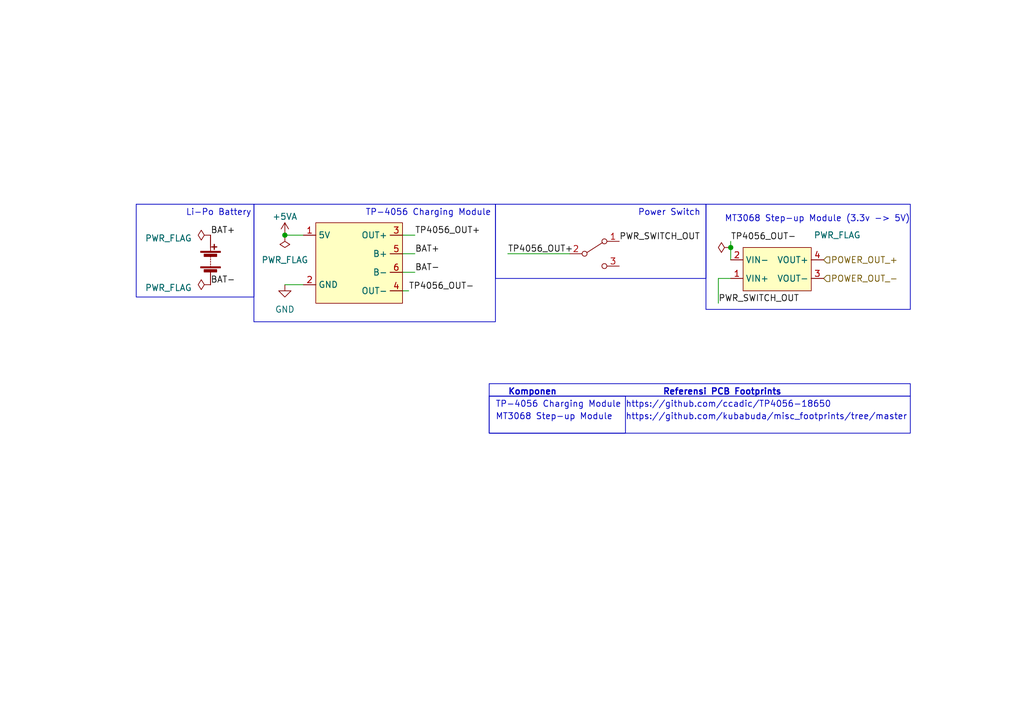
<source format=kicad_sch>
(kicad_sch (version 20230121) (generator eeschema)

  (uuid e899b6c1-966a-41ac-a159-5b3cd245ee04)

  (paper "A5")

  (title_block
    (title "Subsistem Power")
    (date "2024-03-05")
    (rev "2.1")
    (company "Institut Teknologi Bandung")
    (comment 1 "Bostang Palaguna")
    (comment 2 "Designed By:")
  )

  (lib_symbols
    (symbol "Device:Battery" (pin_numbers hide) (pin_names (offset 0) hide) (in_bom yes) (on_board yes)
      (property "Reference" "BT" (at 2.54 2.54 0)
        (effects (font (size 1.27 1.27)) (justify left))
      )
      (property "Value" "Battery" (at 2.54 0 0)
        (effects (font (size 1.27 1.27)) (justify left))
      )
      (property "Footprint" "" (at 0 1.524 90)
        (effects (font (size 1.27 1.27)) hide)
      )
      (property "Datasheet" "~" (at 0 1.524 90)
        (effects (font (size 1.27 1.27)) hide)
      )
      (property "ki_keywords" "batt voltage-source cell" (at 0 0 0)
        (effects (font (size 1.27 1.27)) hide)
      )
      (property "ki_description" "Multiple-cell battery" (at 0 0 0)
        (effects (font (size 1.27 1.27)) hide)
      )
      (symbol "Battery_0_1"
        (rectangle (start -2.032 -1.397) (end 2.032 -1.651)
          (stroke (width 0) (type default))
          (fill (type outline))
        )
        (rectangle (start -2.032 1.778) (end 2.032 1.524)
          (stroke (width 0) (type default))
          (fill (type outline))
        )
        (rectangle (start -1.3208 -1.9812) (end 1.27 -2.4892)
          (stroke (width 0) (type default))
          (fill (type outline))
        )
        (rectangle (start -1.3208 1.1938) (end 1.27 0.6858)
          (stroke (width 0) (type default))
          (fill (type outline))
        )
        (polyline
          (pts
            (xy 0 -1.524)
            (xy 0 -1.27)
          )
          (stroke (width 0) (type default))
          (fill (type none))
        )
        (polyline
          (pts
            (xy 0 -1.016)
            (xy 0 -0.762)
          )
          (stroke (width 0) (type default))
          (fill (type none))
        )
        (polyline
          (pts
            (xy 0 -0.508)
            (xy 0 -0.254)
          )
          (stroke (width 0) (type default))
          (fill (type none))
        )
        (polyline
          (pts
            (xy 0 0)
            (xy 0 0.254)
          )
          (stroke (width 0) (type default))
          (fill (type none))
        )
        (polyline
          (pts
            (xy 0 0.508)
            (xy 0 0.762)
          )
          (stroke (width 0) (type default))
          (fill (type none))
        )
        (polyline
          (pts
            (xy 0 1.778)
            (xy 0 2.54)
          )
          (stroke (width 0) (type default))
          (fill (type none))
        )
        (polyline
          (pts
            (xy 0.254 2.667)
            (xy 1.27 2.667)
          )
          (stroke (width 0.254) (type default))
          (fill (type none))
        )
        (polyline
          (pts
            (xy 0.762 3.175)
            (xy 0.762 2.159)
          )
          (stroke (width 0.254) (type default))
          (fill (type none))
        )
      )
      (symbol "Battery_1_1"
        (pin passive line (at 0 5.08 270) (length 2.54)
          (name "+" (effects (font (size 1.27 1.27))))
          (number "1" (effects (font (size 1.27 1.27))))
        )
        (pin passive line (at 0 -5.08 90) (length 2.54)
          (name "-" (effects (font (size 1.27 1.27))))
          (number "2" (effects (font (size 1.27 1.27))))
        )
      )
    )
    (symbol "Switch:SW_SPDT" (pin_names (offset 0) hide) (in_bom yes) (on_board yes)
      (property "Reference" "SW" (at 0 4.318 0)
        (effects (font (size 1.27 1.27)))
      )
      (property "Value" "SW_SPDT" (at 0 -5.08 0)
        (effects (font (size 1.27 1.27)))
      )
      (property "Footprint" "" (at 0 0 0)
        (effects (font (size 1.27 1.27)) hide)
      )
      (property "Datasheet" "~" (at 0 0 0)
        (effects (font (size 1.27 1.27)) hide)
      )
      (property "ki_keywords" "switch single-pole double-throw spdt ON-ON" (at 0 0 0)
        (effects (font (size 1.27 1.27)) hide)
      )
      (property "ki_description" "Switch, single pole double throw" (at 0 0 0)
        (effects (font (size 1.27 1.27)) hide)
      )
      (symbol "SW_SPDT_0_0"
        (circle (center -2.032 0) (radius 0.508)
          (stroke (width 0) (type default))
          (fill (type none))
        )
        (circle (center 2.032 -2.54) (radius 0.508)
          (stroke (width 0) (type default))
          (fill (type none))
        )
      )
      (symbol "SW_SPDT_0_1"
        (polyline
          (pts
            (xy -1.524 0.254)
            (xy 1.651 2.286)
          )
          (stroke (width 0) (type default))
          (fill (type none))
        )
        (circle (center 2.032 2.54) (radius 0.508)
          (stroke (width 0) (type default))
          (fill (type none))
        )
      )
      (symbol "SW_SPDT_1_1"
        (pin passive line (at 5.08 2.54 180) (length 2.54)
          (name "A" (effects (font (size 1.27 1.27))))
          (number "1" (effects (font (size 1.27 1.27))))
        )
        (pin passive line (at -5.08 0 0) (length 2.54)
          (name "B" (effects (font (size 1.27 1.27))))
          (number "2" (effects (font (size 1.27 1.27))))
        )
        (pin passive line (at 5.08 -2.54 180) (length 2.54)
          (name "C" (effects (font (size 1.27 1.27))))
          (number "3" (effects (font (size 1.27 1.27))))
        )
      )
    )
    (symbol "WMS_components:MT3608" (in_bom yes) (on_board yes)
      (property "Reference" "U3" (at -0.635 -6.35 0)
        (effects (font (size 1.27 1.27)) hide)
      )
      (property "Value" "~" (at 0 0 0)
        (effects (font (size 1.27 1.27)) hide)
      )
      (property "Footprint" "WMS_components:MT3608_module_v2" (at 0 0 0)
        (effects (font (size 1.27 1.27)) hide)
      )
      (property "Datasheet" "" (at 0 0 0)
        (effects (font (size 1.27 1.27)) hide)
      )
      (symbol "MT3608_1_1"
        (rectangle (start -6.35 3.81) (end 7.62 -5.08)
          (stroke (width 0) (type default))
          (fill (type background))
        )
        (pin power_in line (at 10.16 1.27 180) (length 2.54)
          (name "VIN+" (effects (font (size 1.27 1.27))))
          (number "1" (effects (font (size 1.27 1.27))))
        )
        (pin power_in line (at 10.16 -2.54 180) (length 2.54)
          (name "VIN-" (effects (font (size 1.27 1.27))))
          (number "2" (effects (font (size 1.27 1.27))))
        )
        (pin power_out line (at -8.89 1.27 0) (length 2.54)
          (name "VOUT-" (effects (font (size 1.27 1.27))))
          (number "3" (effects (font (size 1.27 1.27))))
        )
        (pin power_out line (at -8.89 -2.54 0) (length 2.54)
          (name "VOUT+" (effects (font (size 1.27 1.27))))
          (number "4" (effects (font (size 1.27 1.27))))
        )
      )
    )
    (symbol "WMS_components:TP4056" (in_bom yes) (on_board yes)
      (property "Reference" "U" (at 0 8.89 0)
        (effects (font (size 1.27 1.27)))
      )
      (property "Value" "" (at 0 0 0)
        (effects (font (size 1.27 1.27)))
      )
      (property "Footprint" "" (at 0 0 0)
        (effects (font (size 1.27 1.27)) hide)
      )
      (property "Datasheet" "" (at 0 0 0)
        (effects (font (size 1.27 1.27)) hide)
      )
      (symbol "TP4056_1_1"
        (rectangle (start -8.89 7.62) (end 8.89 -8.89)
          (stroke (width 0) (type default))
          (fill (type background))
        )
        (pin power_in line (at -11.43 5.08 0) (length 2.54)
          (name "5V" (effects (font (size 1.27 1.27))))
          (number "1" (effects (font (size 1.27 1.27))))
        )
        (pin power_in line (at -11.43 -5.08 0) (length 2.54)
          (name "GND" (effects (font (size 1.27 1.27))))
          (number "2" (effects (font (size 1.27 1.27))))
        )
        (pin output line (at 8.89 5.08 180) (length 2.54)
          (name "OUT+" (effects (font (size 1.27 1.27))))
          (number "3" (effects (font (size 1.27 1.27))))
        )
        (pin output line (at 8.89 -6.35 180) (length 2.54)
          (name "OUT-" (effects (font (size 1.27 1.27))))
          (number "4" (effects (font (size 1.27 1.27))))
        )
        (pin input line (at 8.89 1.27 180) (length 2.54)
          (name "B+" (effects (font (size 1.27 1.27))))
          (number "5" (effects (font (size 1.27 1.27))))
        )
        (pin input line (at 8.89 -2.54 180) (length 2.54)
          (name "B-" (effects (font (size 1.27 1.27))))
          (number "6" (effects (font (size 1.27 1.27))))
        )
      )
    )
    (symbol "power:+5VA" (power) (pin_names (offset 0)) (in_bom yes) (on_board yes)
      (property "Reference" "#PWR" (at 0 -3.81 0)
        (effects (font (size 1.27 1.27)) hide)
      )
      (property "Value" "+5VA" (at 0 3.556 0)
        (effects (font (size 1.27 1.27)))
      )
      (property "Footprint" "" (at 0 0 0)
        (effects (font (size 1.27 1.27)) hide)
      )
      (property "Datasheet" "" (at 0 0 0)
        (effects (font (size 1.27 1.27)) hide)
      )
      (property "ki_keywords" "global power" (at 0 0 0)
        (effects (font (size 1.27 1.27)) hide)
      )
      (property "ki_description" "Power symbol creates a global label with name \"+5VA\"" (at 0 0 0)
        (effects (font (size 1.27 1.27)) hide)
      )
      (symbol "+5VA_0_1"
        (polyline
          (pts
            (xy -0.762 1.27)
            (xy 0 2.54)
          )
          (stroke (width 0) (type default))
          (fill (type none))
        )
        (polyline
          (pts
            (xy 0 0)
            (xy 0 2.54)
          )
          (stroke (width 0) (type default))
          (fill (type none))
        )
        (polyline
          (pts
            (xy 0 2.54)
            (xy 0.762 1.27)
          )
          (stroke (width 0) (type default))
          (fill (type none))
        )
      )
      (symbol "+5VA_1_1"
        (pin power_in line (at 0 0 90) (length 0) hide
          (name "+5VA" (effects (font (size 1.27 1.27))))
          (number "1" (effects (font (size 1.27 1.27))))
        )
      )
    )
    (symbol "power:GND" (power) (pin_names (offset 0)) (in_bom yes) (on_board yes)
      (property "Reference" "#PWR" (at 0 -6.35 0)
        (effects (font (size 1.27 1.27)) hide)
      )
      (property "Value" "GND" (at 0 -3.81 0)
        (effects (font (size 1.27 1.27)))
      )
      (property "Footprint" "" (at 0 0 0)
        (effects (font (size 1.27 1.27)) hide)
      )
      (property "Datasheet" "" (at 0 0 0)
        (effects (font (size 1.27 1.27)) hide)
      )
      (property "ki_keywords" "global power" (at 0 0 0)
        (effects (font (size 1.27 1.27)) hide)
      )
      (property "ki_description" "Power symbol creates a global label with name \"GND\" , ground" (at 0 0 0)
        (effects (font (size 1.27 1.27)) hide)
      )
      (symbol "GND_0_1"
        (polyline
          (pts
            (xy 0 0)
            (xy 0 -1.27)
            (xy 1.27 -1.27)
            (xy 0 -2.54)
            (xy -1.27 -1.27)
            (xy 0 -1.27)
          )
          (stroke (width 0) (type default))
          (fill (type none))
        )
      )
      (symbol "GND_1_1"
        (pin power_in line (at 0 0 270) (length 0) hide
          (name "GND" (effects (font (size 1.27 1.27))))
          (number "1" (effects (font (size 1.27 1.27))))
        )
      )
    )
    (symbol "power:PWR_FLAG" (power) (pin_numbers hide) (pin_names (offset 0) hide) (in_bom yes) (on_board yes)
      (property "Reference" "#FLG" (at 0 1.905 0)
        (effects (font (size 1.27 1.27)) hide)
      )
      (property "Value" "PWR_FLAG" (at 0 3.81 0)
        (effects (font (size 1.27 1.27)))
      )
      (property "Footprint" "" (at 0 0 0)
        (effects (font (size 1.27 1.27)) hide)
      )
      (property "Datasheet" "~" (at 0 0 0)
        (effects (font (size 1.27 1.27)) hide)
      )
      (property "ki_keywords" "flag power" (at 0 0 0)
        (effects (font (size 1.27 1.27)) hide)
      )
      (property "ki_description" "Special symbol for telling ERC where power comes from" (at 0 0 0)
        (effects (font (size 1.27 1.27)) hide)
      )
      (symbol "PWR_FLAG_0_0"
        (pin power_out line (at 0 0 90) (length 0)
          (name "pwr" (effects (font (size 1.27 1.27))))
          (number "1" (effects (font (size 1.27 1.27))))
        )
      )
      (symbol "PWR_FLAG_0_1"
        (polyline
          (pts
            (xy 0 0)
            (xy 0 1.27)
            (xy -1.016 1.905)
            (xy 0 2.54)
            (xy 1.016 1.905)
            (xy 0 1.27)
          )
          (stroke (width 0) (type default))
          (fill (type none))
        )
      )
    )
  )


  (junction (at 58.42 48.26) (diameter 0) (color 0 0 0 0)
    (uuid 59f93bfe-daeb-41c6-a2c7-268396427fef)
  )
  (junction (at 149.86 50.8) (diameter 0) (color 0 0 0 0)
    (uuid b0c2c59c-7a7f-4072-8cd4-885861560eae)
  )

  (wire (pts (xy 149.86 50.8) (xy 149.86 53.34))
    (stroke (width 0) (type default))
    (uuid 157abd99-e671-4b12-b38b-42cad22756da)
  )
  (wire (pts (xy 85.09 52.07) (xy 82.55 52.07))
    (stroke (width 0) (type default))
    (uuid 39960855-f317-45b7-9b2b-04e50c578929)
  )
  (wire (pts (xy 85.09 48.26) (xy 82.55 48.26))
    (stroke (width 0) (type default))
    (uuid 44fab635-f44c-4a18-9d1c-7dab74e1e81b)
  )
  (wire (pts (xy 147.32 62.23) (xy 147.32 57.15))
    (stroke (width 0) (type default))
    (uuid 525bf0b9-45da-4172-b4ec-98e56e76e56b)
  )
  (wire (pts (xy 147.32 57.15) (xy 149.86 57.15))
    (stroke (width 0) (type default))
    (uuid 861edf3a-40b3-4ee6-a243-ba5009a36f4f)
  )
  (wire (pts (xy 149.86 49.53) (xy 149.86 50.8))
    (stroke (width 0) (type default))
    (uuid 8be39b72-8f0f-427d-a5f1-1188c8ee2e39)
  )
  (wire (pts (xy 104.14 52.07) (xy 116.84 52.07))
    (stroke (width 0) (type default))
    (uuid 8ceac654-0cfc-4c6d-b0ac-dda9370538cf)
  )
  (wire (pts (xy 85.09 55.88) (xy 82.55 55.88))
    (stroke (width 0) (type default))
    (uuid 90dd6e8b-cfbb-40af-bad8-152528ff10ff)
  )
  (wire (pts (xy 83.82 59.69) (xy 82.55 59.69))
    (stroke (width 0) (type default))
    (uuid 95ec3a23-7f6f-45ea-b075-6f542f2dee37)
  )
  (wire (pts (xy 58.42 58.42) (xy 62.23 58.42))
    (stroke (width 0) (type default))
    (uuid c9d92e6c-6cf9-440d-bb9b-506b52e29849)
  )
  (wire (pts (xy 58.42 48.26) (xy 62.23 48.26))
    (stroke (width 0) (type default))
    (uuid ef813fd4-b4e3-4180-b7ab-4922ce3e7745)
  )

  (rectangle (start 52.07 41.91) (end 101.6 66.04)
    (stroke (width 0) (type default))
    (fill (type none))
    (uuid 17b21fb6-84d8-4c9b-a395-b45d3e726e0c)
  )
  (rectangle (start 27.94 41.91) (end 52.07 60.96)
    (stroke (width 0) (type default))
    (fill (type none))
    (uuid 1c435650-fa3e-4ce9-8dad-6667cce7b473)
  )
  (rectangle (start 101.6 41.91) (end 144.78 57.15)
    (stroke (width 0) (type default))
    (fill (type none))
    (uuid 64853ce6-ee9f-4d7a-8a1b-8f23f9cbc5df)
  )
  (rectangle (start 144.78 41.91) (end 186.69 63.5)
    (stroke (width 0) (type default))
    (fill (type none))
    (uuid 7cf6a6bd-585a-4788-a6ed-eae371597358)
  )
  (rectangle (start 100.33 81.28) (end 128.27 88.9)
    (stroke (width 0) (type default))
    (fill (type none))
    (uuid 8b7d7953-08b4-4010-b817-ae5e0edcd5c0)
  )
  (rectangle (start 100.33 81.28) (end 186.69 88.9)
    (stroke (width 0) (type default))
    (fill (type none))
    (uuid ca6e84ff-48c0-48cd-a4cf-d181b390176b)
  )
  (rectangle (start 100.33 78.74) (end 186.69 81.28)
    (stroke (width 0) (type default))
    (fill (type none))
    (uuid f56314f5-91de-4418-b9c1-14feda3c9339)
  )

  (text "https://github.com/ccadic/TP4056-18650" (at 128.27 83.82 0)
    (effects (font (size 1.27 1.27)) (justify left bottom))
    (uuid 0f045d7c-e39d-4597-9075-8937cb5d75cb)
  )
  (text "https://github.com/kubabuda/misc_footprints/tree/master"
    (at 128.27 86.36 0)
    (effects (font (size 1.27 1.27)) (justify left bottom))
    (uuid 1fd8d0cf-9635-4a36-a095-9bbcd5e955c5)
  )
  (text "TP-4056 Charging Module" (at 101.6 83.82 0)
    (effects (font (size 1.27 1.27)) (justify left bottom))
    (uuid 2e0c59ef-cb04-4ce7-8e69-1891f5631867)
  )
  (text "Li-Po Battery" (at 38.1 44.45 0)
    (effects (font (size 1.27 1.27)) (justify left bottom))
    (uuid 4779b30f-7807-4ef2-aad9-bd2fd4dd50d9)
  )
  (text "Komponen" (at 104.14 81.28 0)
    (effects (font (size 1.27 1.27) (thickness 0.254) bold) (justify left bottom))
    (uuid 66f05d34-ac41-484f-9392-54b1f8a1e2a2)
  )
  (text "MT3068 Step-up Module" (at 101.6 86.36 0)
    (effects (font (size 1.27 1.27)) (justify left bottom))
    (uuid 7b09f60e-217a-4adf-ac9e-76209539da4d)
  )
  (text "Power Switch" (at 130.81 44.45 0)
    (effects (font (size 1.27 1.27)) (justify left bottom))
    (uuid ddefdbb8-430a-4e56-9e84-c4e94e55c9e3)
  )
  (text "Referensi PCB Footprints" (at 135.89 81.28 0)
    (effects (font (size 1.27 1.27) (thickness 0.254) bold) (justify left bottom))
    (uuid e17d11f3-2a92-4043-be48-ac6fddb8894d)
  )
  (text "TP-4056 Charging Module" (at 74.93 44.45 0)
    (effects (font (size 1.27 1.27)) (justify left bottom))
    (uuid e54a3136-1178-49e1-afff-902301e916d5)
  )
  (text "MT3068 Step-up Module (3.3v -> 5V)" (at 148.59 45.72 0)
    (effects (font (size 1.27 1.27)) (justify left bottom))
    (uuid ee414867-9ecf-4d78-85da-49ed3b7c1f8b)
  )

  (label "TP4056_OUT+" (at 85.09 48.26 0) (fields_autoplaced)
    (effects (font (size 1.27 1.27)) (justify left bottom))
    (uuid 081c952d-793a-4faa-acc1-d541e6ed873e)
  )
  (label "BAT+" (at 85.09 52.07 0) (fields_autoplaced)
    (effects (font (size 1.27 1.27)) (justify left bottom))
    (uuid 20906e42-108c-4258-8153-4aceb4bc90ab)
  )
  (label "BAT-" (at 43.18 58.42 0) (fields_autoplaced)
    (effects (font (size 1.27 1.27)) (justify left bottom))
    (uuid 24858656-5394-439c-9f96-9d7046b06d60)
  )
  (label "PWR_SWITCH_OUT" (at 127 49.53 0) (fields_autoplaced)
    (effects (font (size 1.27 1.27)) (justify left bottom))
    (uuid 2b1f37ff-19e4-4677-b06d-1576c938f746)
  )
  (label "TP4056_OUT-" (at 83.82 59.69 0) (fields_autoplaced)
    (effects (font (size 1.27 1.27)) (justify left bottom))
    (uuid 3affbf6d-4088-4581-a8e7-1269a2011a41)
  )
  (label "PWR_SWITCH_OUT" (at 147.32 62.23 0) (fields_autoplaced)
    (effects (font (size 1.27 1.27)) (justify left bottom))
    (uuid 3b2c9dcf-9a6b-4ea7-8039-6f7529d481ce)
  )
  (label "BAT-" (at 85.09 55.88 0) (fields_autoplaced)
    (effects (font (size 1.27 1.27)) (justify left bottom))
    (uuid 9401e407-6e0e-4401-ad54-bc0807c16223)
  )
  (label "TP4056_OUT-" (at 149.86 49.53 0) (fields_autoplaced)
    (effects (font (size 1.27 1.27)) (justify left bottom))
    (uuid a9fa8f8a-3c58-49bc-97bb-1a12a625ddce)
  )
  (label "TP4056_OUT+" (at 104.14 52.07 0) (fields_autoplaced)
    (effects (font (size 1.27 1.27)) (justify left bottom))
    (uuid da539d7d-90bc-423f-aa90-b1ccdc35e599)
  )
  (label "BAT+" (at 43.18 48.26 0) (fields_autoplaced)
    (effects (font (size 1.27 1.27)) (justify left bottom))
    (uuid f4d52977-ce48-472f-96bd-ac028130141e)
  )

  (hierarchical_label "POWER_OUT_+" (shape input) (at 168.91 53.34 0) (fields_autoplaced)
    (effects (font (size 1.27 1.27)) (justify left))
    (uuid 59f4f6c9-afaa-4bfc-889a-a56b65aa6f0f)
  )
  (hierarchical_label "POWER_OUT_-" (shape input) (at 168.91 57.15 0) (fields_autoplaced)
    (effects (font (size 1.27 1.27)) (justify left))
    (uuid 6db5c6d3-937e-434d-9936-4894732ba496)
  )

  (symbol (lib_id "Device:Battery") (at 43.18 53.34 0) (unit 1)
    (in_bom yes) (on_board yes) (dnp no) (fields_autoplaced)
    (uuid 0cd0de6b-1289-41c6-b039-a5789d219d95)
    (property "Reference" "BT1" (at 46.99 51.4985 0)
      (effects (font (size 1.27 1.27)) (justify left) hide)
    )
    (property "Value" "Battery" (at 46.99 54.0385 0)
      (effects (font (size 1.27 1.27)) (justify left) hide)
    )
    (property "Footprint" "Battery:BatteryHolder_Keystone_1042_1x18650" (at 43.18 51.816 90)
      (effects (font (size 1.27 1.27)) hide)
    )
    (property "Datasheet" "~" (at 43.18 51.816 90)
      (effects (font (size 1.27 1.27)) hide)
    )
    (pin "1" (uuid 12069fc1-5083-4a03-a67d-2dd42844b827))
    (pin "2" (uuid bbd7d97a-620d-4a6c-a80b-fd96a503734c))
    (instances
      (project "WMS"
        (path "/27842b89-d3ad-4f43-9134-f95cd8633a64/1bc7cffc-215d-4066-af48-bacbd1cf1007"
          (reference "BT1") (unit 1)
        )
      )
    )
  )

  (symbol (lib_id "power:PWR_FLAG") (at 43.18 58.42 90) (unit 1)
    (in_bom yes) (on_board yes) (dnp no) (fields_autoplaced)
    (uuid 14cef2ca-8ec5-4378-8587-91ccb1f64918)
    (property "Reference" "#FLG02" (at 41.275 58.42 0)
      (effects (font (size 1.27 1.27)) hide)
    )
    (property "Value" "PWR_FLAG" (at 39.37 59.055 90)
      (effects (font (size 1.27 1.27)) (justify left))
    )
    (property "Footprint" "" (at 43.18 58.42 0)
      (effects (font (size 1.27 1.27)) hide)
    )
    (property "Datasheet" "~" (at 43.18 58.42 0)
      (effects (font (size 1.27 1.27)) hide)
    )
    (pin "1" (uuid dd2a1310-937f-4f19-9a1e-8e1edc2fe0f8))
    (instances
      (project "WMS"
        (path "/27842b89-d3ad-4f43-9134-f95cd8633a64/1bc7cffc-215d-4066-af48-bacbd1cf1007"
          (reference "#FLG02") (unit 1)
        )
      )
    )
  )

  (symbol (lib_id "WMS_components:TP4056") (at 73.66 53.34 0) (unit 1)
    (in_bom yes) (on_board yes) (dnp no) (fields_autoplaced)
    (uuid 16262ac1-5b71-4197-a6d9-c4a2ada36fb1)
    (property "Reference" "U2" (at 73.66 43.18 0)
      (effects (font (size 1.27 1.27)) hide)
    )
    (property "Value" "~" (at 73.66 53.34 0)
      (effects (font (size 1.27 1.27)) hide)
    )
    (property "Footprint" "WMS_components:TP4056-18650_v2" (at 73.66 53.34 0)
      (effects (font (size 1.27 1.27)) hide)
    )
    (property "Datasheet" "" (at 73.66 53.34 0)
      (effects (font (size 1.27 1.27)) hide)
    )
    (pin "1" (uuid 0999784a-be5d-47c7-89fd-126e7dcd87de))
    (pin "2" (uuid 04cf0cbf-d12d-4307-9d16-8453f082756b))
    (pin "3" (uuid bd0bfbca-8341-482c-9937-3aafd3acea2d))
    (pin "4" (uuid 97b6de1a-d14d-43e9-a62e-ca619b6627d3))
    (pin "5" (uuid bedcde1f-3fc8-479a-96c6-f0bd414360f5))
    (pin "6" (uuid 3abb4872-d819-46c0-9568-8b296fee546b))
    (instances
      (project "WMS"
        (path "/27842b89-d3ad-4f43-9134-f95cd8633a64/1bc7cffc-215d-4066-af48-bacbd1cf1007"
          (reference "U2") (unit 1)
        )
      )
    )
  )

  (symbol (lib_id "Switch:SW_SPDT") (at 121.92 52.07 0) (unit 1)
    (in_bom yes) (on_board yes) (dnp no) (fields_autoplaced)
    (uuid 3447c19e-29bb-4ef1-8337-f4f63f41b588)
    (property "Reference" "SW4" (at 121.92 45.72 0)
      (effects (font (size 1.27 1.27)) hide)
    )
    (property "Value" "SW_SPDT" (at 121.92 48.26 0)
      (effects (font (size 1.27 1.27)) hide)
    )
    (property "Footprint" "WMS_components:SPDT" (at 121.92 52.07 0)
      (effects (font (size 1.27 1.27)) hide)
    )
    (property "Datasheet" "~" (at 121.92 52.07 0)
      (effects (font (size 1.27 1.27)) hide)
    )
    (pin "1" (uuid ba33ac3a-2340-4ed6-a2d7-b384dfd8bd17))
    (pin "2" (uuid a386ef19-7b3f-416e-b11e-df3f07546b38))
    (pin "3" (uuid 0aaae08c-8b92-4967-be9e-e6cee9691095))
    (instances
      (project "WMS"
        (path "/27842b89-d3ad-4f43-9134-f95cd8633a64/1bc7cffc-215d-4066-af48-bacbd1cf1007"
          (reference "SW4") (unit 1)
        )
      )
    )
  )

  (symbol (lib_id "power:+5VA") (at 58.42 48.26 0) (unit 1)
    (in_bom yes) (on_board yes) (dnp no) (fields_autoplaced)
    (uuid 4ae62564-bab5-4085-8bc6-43f51af24631)
    (property "Reference" "#PWR033" (at 58.42 52.07 0)
      (effects (font (size 1.27 1.27)) hide)
    )
    (property "Value" "+5VA" (at 58.42 44.45 0)
      (effects (font (size 1.27 1.27)))
    )
    (property "Footprint" "" (at 58.42 48.26 0)
      (effects (font (size 1.27 1.27)) hide)
    )
    (property "Datasheet" "" (at 58.42 48.26 0)
      (effects (font (size 1.27 1.27)) hide)
    )
    (pin "1" (uuid fbf9b022-87e1-4dc4-8d83-756754f6d78d))
    (instances
      (project "WMS"
        (path "/27842b89-d3ad-4f43-9134-f95cd8633a64/1bc7cffc-215d-4066-af48-bacbd1cf1007"
          (reference "#PWR033") (unit 1)
        )
      )
    )
  )

  (symbol (lib_id "power:PWR_FLAG") (at 43.18 48.26 90) (unit 1)
    (in_bom yes) (on_board yes) (dnp no) (fields_autoplaced)
    (uuid 7a6c7b5e-9076-4132-8ef8-7ea1b2037b2b)
    (property "Reference" "#FLG01" (at 41.275 48.26 0)
      (effects (font (size 1.27 1.27)) hide)
    )
    (property "Value" "PWR_FLAG" (at 39.37 48.895 90)
      (effects (font (size 1.27 1.27)) (justify left))
    )
    (property "Footprint" "" (at 43.18 48.26 0)
      (effects (font (size 1.27 1.27)) hide)
    )
    (property "Datasheet" "~" (at 43.18 48.26 0)
      (effects (font (size 1.27 1.27)) hide)
    )
    (pin "1" (uuid f5067b9d-b0a6-4bc5-a61f-df4684fc6cf9))
    (instances
      (project "WMS"
        (path "/27842b89-d3ad-4f43-9134-f95cd8633a64/1bc7cffc-215d-4066-af48-bacbd1cf1007"
          (reference "#FLG01") (unit 1)
        )
      )
    )
  )

  (symbol (lib_id "power:PWR_FLAG") (at 58.42 48.26 180) (unit 1)
    (in_bom yes) (on_board yes) (dnp no) (fields_autoplaced)
    (uuid 9ea6d02e-de83-4aca-ab63-777eb53b9335)
    (property "Reference" "#FLG08" (at 58.42 50.165 0)
      (effects (font (size 1.27 1.27)) hide)
    )
    (property "Value" "PWR_FLAG" (at 58.42 53.34 0)
      (effects (font (size 1.27 1.27)))
    )
    (property "Footprint" "" (at 58.42 48.26 0)
      (effects (font (size 1.27 1.27)) hide)
    )
    (property "Datasheet" "~" (at 58.42 48.26 0)
      (effects (font (size 1.27 1.27)) hide)
    )
    (pin "1" (uuid 822c762e-c3da-48fb-a19b-d297e42c71d4))
    (instances
      (project "WMS"
        (path "/27842b89-d3ad-4f43-9134-f95cd8633a64/1bc7cffc-215d-4066-af48-bacbd1cf1007"
          (reference "#FLG08") (unit 1)
        )
      )
    )
  )

  (symbol (lib_id "power:GND") (at 58.42 58.42 0) (unit 1)
    (in_bom yes) (on_board yes) (dnp no) (fields_autoplaced)
    (uuid d9861e8d-17af-4ae0-99b9-f90b0e2f46a6)
    (property "Reference" "#PWR013" (at 58.42 64.77 0)
      (effects (font (size 1.27 1.27)) hide)
    )
    (property "Value" "GND" (at 58.42 63.5 0)
      (effects (font (size 1.27 1.27)))
    )
    (property "Footprint" "" (at 58.42 58.42 0)
      (effects (font (size 1.27 1.27)) hide)
    )
    (property "Datasheet" "" (at 58.42 58.42 0)
      (effects (font (size 1.27 1.27)) hide)
    )
    (pin "1" (uuid 7e33a075-a412-4003-876b-513c7191217b))
    (instances
      (project "WMS"
        (path "/27842b89-d3ad-4f43-9134-f95cd8633a64/1bc7cffc-215d-4066-af48-bacbd1cf1007"
          (reference "#PWR013") (unit 1)
        )
      )
    )
  )

  (symbol (lib_id "WMS_components:MT3608") (at 160.02 55.88 180) (unit 1)
    (in_bom yes) (on_board yes) (dnp no) (fields_autoplaced)
    (uuid eb169812-9161-48af-bbc6-231216562a75)
    (property "Reference" "U3" (at 160.655 49.53 0)
      (effects (font (size 1.27 1.27)) hide)
    )
    (property "Value" "~" (at 160.02 55.88 0)
      (effects (font (size 1.27 1.27)) hide)
    )
    (property "Footprint" "WMS_components:MT3608_module_v2" (at 160.02 55.88 0)
      (effects (font (size 1.27 1.27)) hide)
    )
    (property "Datasheet" "" (at 160.02 55.88 0)
      (effects (font (size 1.27 1.27)) hide)
    )
    (pin "1" (uuid af941515-b02d-4087-85fc-de2e5ba17fd8))
    (pin "2" (uuid 042c8f65-4431-4057-9744-c381ab8e0a2a))
    (pin "3" (uuid 461ef921-6273-4455-8fb7-7442d2f36254))
    (pin "4" (uuid 1f292a26-1b94-4e57-86e5-a28a47dbe6ac))
    (instances
      (project "WMS"
        (path "/27842b89-d3ad-4f43-9134-f95cd8633a64/1bc7cffc-215d-4066-af48-bacbd1cf1007"
          (reference "U3") (unit 1)
        )
      )
    )
  )

  (symbol (lib_id "power:PWR_FLAG") (at 149.86 50.8 90) (unit 1)
    (in_bom yes) (on_board yes) (dnp no)
    (uuid f4fc89eb-b154-440f-9318-e712d77786fb)
    (property "Reference" "#FLG09" (at 147.955 50.8 0)
      (effects (font (size 1.27 1.27)) hide)
    )
    (property "Value" "PWR_FLAG" (at 176.53 48.26 90)
      (effects (font (size 1.27 1.27)) (justify left))
    )
    (property "Footprint" "" (at 149.86 50.8 0)
      (effects (font (size 1.27 1.27)) hide)
    )
    (property "Datasheet" "~" (at 149.86 50.8 0)
      (effects (font (size 1.27 1.27)) hide)
    )
    (pin "1" (uuid 0ae7fbb3-6d47-4022-ac1a-01e414372783))
    (instances
      (project "WMS"
        (path "/27842b89-d3ad-4f43-9134-f95cd8633a64/1bc7cffc-215d-4066-af48-bacbd1cf1007"
          (reference "#FLG09") (unit 1)
        )
      )
    )
  )
)

</source>
